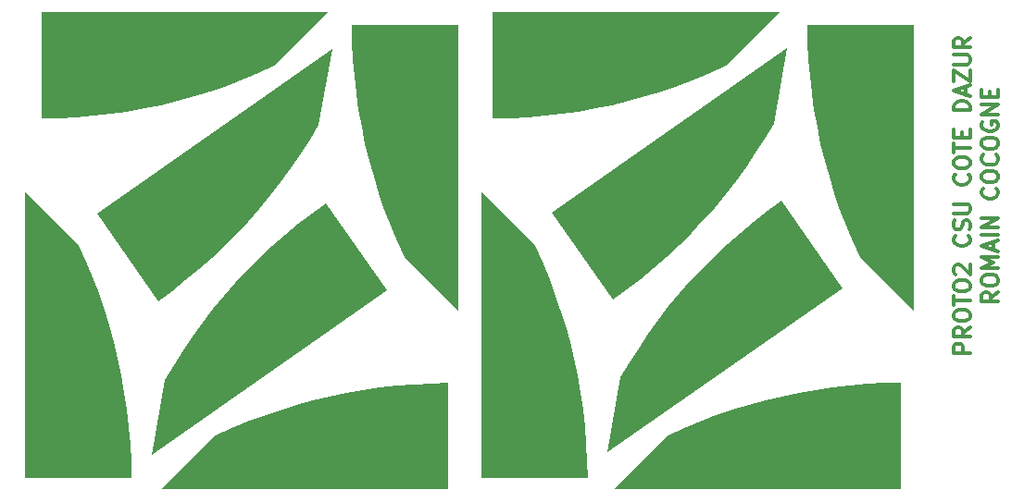
<source format=gbr>
G04 #@! TF.GenerationSoftware,KiCad,Pcbnew,5.1.5+dfsg1-2build2*
G04 #@! TF.CreationDate,2020-05-18T23:19:55+02:00*
G04 #@! TF.ProjectId,proto2,70726f74-6f32-42e6-9b69-6361645f7063,rev?*
G04 #@! TF.SameCoordinates,Original*
G04 #@! TF.FileFunction,OtherDrawing,Comment*
%FSLAX46Y46*%
G04 Gerber Fmt 4.6, Leading zero omitted, Abs format (unit mm)*
G04 Created by KiCad (PCBNEW 5.1.5+dfsg1-2build2) date 2020-05-18 23:19:55*
%MOMM*%
%LPD*%
G04 APERTURE LIST*
%ADD10C,0.300000*%
%ADD11C,0.100000*%
G04 APERTURE END LIST*
D10*
X186093571Y-90592857D02*
X184593571Y-90592857D01*
X184593571Y-90021428D01*
X184665000Y-89878571D01*
X184736428Y-89807142D01*
X184879285Y-89735714D01*
X185093571Y-89735714D01*
X185236428Y-89807142D01*
X185307857Y-89878571D01*
X185379285Y-90021428D01*
X185379285Y-90592857D01*
X186093571Y-88235714D02*
X185379285Y-88735714D01*
X186093571Y-89092857D02*
X184593571Y-89092857D01*
X184593571Y-88521428D01*
X184665000Y-88378571D01*
X184736428Y-88307142D01*
X184879285Y-88235714D01*
X185093571Y-88235714D01*
X185236428Y-88307142D01*
X185307857Y-88378571D01*
X185379285Y-88521428D01*
X185379285Y-89092857D01*
X184593571Y-87307142D02*
X184593571Y-87021428D01*
X184665000Y-86878571D01*
X184807857Y-86735714D01*
X185093571Y-86664285D01*
X185593571Y-86664285D01*
X185879285Y-86735714D01*
X186022142Y-86878571D01*
X186093571Y-87021428D01*
X186093571Y-87307142D01*
X186022142Y-87450000D01*
X185879285Y-87592857D01*
X185593571Y-87664285D01*
X185093571Y-87664285D01*
X184807857Y-87592857D01*
X184665000Y-87450000D01*
X184593571Y-87307142D01*
X184593571Y-86235714D02*
X184593571Y-85378571D01*
X186093571Y-85807142D02*
X184593571Y-85807142D01*
X184593571Y-84592857D02*
X184593571Y-84307142D01*
X184665000Y-84164285D01*
X184807857Y-84021428D01*
X185093571Y-83950000D01*
X185593571Y-83950000D01*
X185879285Y-84021428D01*
X186022142Y-84164285D01*
X186093571Y-84307142D01*
X186093571Y-84592857D01*
X186022142Y-84735714D01*
X185879285Y-84878571D01*
X185593571Y-84950000D01*
X185093571Y-84950000D01*
X184807857Y-84878571D01*
X184665000Y-84735714D01*
X184593571Y-84592857D01*
X184736428Y-83378571D02*
X184665000Y-83307142D01*
X184593571Y-83164285D01*
X184593571Y-82807142D01*
X184665000Y-82664285D01*
X184736428Y-82592857D01*
X184879285Y-82521428D01*
X185022142Y-82521428D01*
X185236428Y-82592857D01*
X186093571Y-83450000D01*
X186093571Y-82521428D01*
X185950714Y-79878571D02*
X186022142Y-79950000D01*
X186093571Y-80164285D01*
X186093571Y-80307142D01*
X186022142Y-80521428D01*
X185879285Y-80664285D01*
X185736428Y-80735714D01*
X185450714Y-80807142D01*
X185236428Y-80807142D01*
X184950714Y-80735714D01*
X184807857Y-80664285D01*
X184665000Y-80521428D01*
X184593571Y-80307142D01*
X184593571Y-80164285D01*
X184665000Y-79950000D01*
X184736428Y-79878571D01*
X186022142Y-79307142D02*
X186093571Y-79092857D01*
X186093571Y-78735714D01*
X186022142Y-78592857D01*
X185950714Y-78521428D01*
X185807857Y-78450000D01*
X185665000Y-78450000D01*
X185522142Y-78521428D01*
X185450714Y-78592857D01*
X185379285Y-78735714D01*
X185307857Y-79021428D01*
X185236428Y-79164285D01*
X185165000Y-79235714D01*
X185022142Y-79307142D01*
X184879285Y-79307142D01*
X184736428Y-79235714D01*
X184665000Y-79164285D01*
X184593571Y-79021428D01*
X184593571Y-78664285D01*
X184665000Y-78450000D01*
X184593571Y-77807142D02*
X185807857Y-77807142D01*
X185950714Y-77735714D01*
X186022142Y-77664285D01*
X186093571Y-77521428D01*
X186093571Y-77235714D01*
X186022142Y-77092857D01*
X185950714Y-77021428D01*
X185807857Y-76950000D01*
X184593571Y-76950000D01*
X185950714Y-74235714D02*
X186022142Y-74307142D01*
X186093571Y-74521428D01*
X186093571Y-74664285D01*
X186022142Y-74878571D01*
X185879285Y-75021428D01*
X185736428Y-75092857D01*
X185450714Y-75164285D01*
X185236428Y-75164285D01*
X184950714Y-75092857D01*
X184807857Y-75021428D01*
X184665000Y-74878571D01*
X184593571Y-74664285D01*
X184593571Y-74521428D01*
X184665000Y-74307142D01*
X184736428Y-74235714D01*
X184593571Y-73307142D02*
X184593571Y-73021428D01*
X184665000Y-72878571D01*
X184807857Y-72735714D01*
X185093571Y-72664285D01*
X185593571Y-72664285D01*
X185879285Y-72735714D01*
X186022142Y-72878571D01*
X186093571Y-73021428D01*
X186093571Y-73307142D01*
X186022142Y-73450000D01*
X185879285Y-73592857D01*
X185593571Y-73664285D01*
X185093571Y-73664285D01*
X184807857Y-73592857D01*
X184665000Y-73450000D01*
X184593571Y-73307142D01*
X184593571Y-72235714D02*
X184593571Y-71378571D01*
X186093571Y-71807142D02*
X184593571Y-71807142D01*
X185307857Y-70878571D02*
X185307857Y-70378571D01*
X186093571Y-70164285D02*
X186093571Y-70878571D01*
X184593571Y-70878571D01*
X184593571Y-70164285D01*
X186093571Y-68378571D02*
X184593571Y-68378571D01*
X184593571Y-68021428D01*
X184665000Y-67807142D01*
X184807857Y-67664285D01*
X184950714Y-67592857D01*
X185236428Y-67521428D01*
X185450714Y-67521428D01*
X185736428Y-67592857D01*
X185879285Y-67664285D01*
X186022142Y-67807142D01*
X186093571Y-68021428D01*
X186093571Y-68378571D01*
X185665000Y-66950000D02*
X185665000Y-66235714D01*
X186093571Y-67092857D02*
X184593571Y-66592857D01*
X186093571Y-66092857D01*
X184593571Y-65735714D02*
X184593571Y-64735714D01*
X186093571Y-65735714D01*
X186093571Y-64735714D01*
X184593571Y-64164285D02*
X185807857Y-64164285D01*
X185950714Y-64092857D01*
X186022142Y-64021428D01*
X186093571Y-63878571D01*
X186093571Y-63592857D01*
X186022142Y-63450000D01*
X185950714Y-63378571D01*
X185807857Y-63307142D01*
X184593571Y-63307142D01*
X186093571Y-61735714D02*
X185379285Y-62235714D01*
X186093571Y-62592857D02*
X184593571Y-62592857D01*
X184593571Y-62021428D01*
X184665000Y-61878571D01*
X184736428Y-61807142D01*
X184879285Y-61735714D01*
X185093571Y-61735714D01*
X185236428Y-61807142D01*
X185307857Y-61878571D01*
X185379285Y-62021428D01*
X185379285Y-62592857D01*
X188643571Y-85021428D02*
X187929285Y-85521428D01*
X188643571Y-85878571D02*
X187143571Y-85878571D01*
X187143571Y-85307142D01*
X187215000Y-85164285D01*
X187286428Y-85092857D01*
X187429285Y-85021428D01*
X187643571Y-85021428D01*
X187786428Y-85092857D01*
X187857857Y-85164285D01*
X187929285Y-85307142D01*
X187929285Y-85878571D01*
X187143571Y-84092857D02*
X187143571Y-83807142D01*
X187215000Y-83664285D01*
X187357857Y-83521428D01*
X187643571Y-83450000D01*
X188143571Y-83450000D01*
X188429285Y-83521428D01*
X188572142Y-83664285D01*
X188643571Y-83807142D01*
X188643571Y-84092857D01*
X188572142Y-84235714D01*
X188429285Y-84378571D01*
X188143571Y-84450000D01*
X187643571Y-84450000D01*
X187357857Y-84378571D01*
X187215000Y-84235714D01*
X187143571Y-84092857D01*
X188643571Y-82807142D02*
X187143571Y-82807142D01*
X188215000Y-82307142D01*
X187143571Y-81807142D01*
X188643571Y-81807142D01*
X188215000Y-81164285D02*
X188215000Y-80450000D01*
X188643571Y-81307142D02*
X187143571Y-80807142D01*
X188643571Y-80307142D01*
X188643571Y-79807142D02*
X187143571Y-79807142D01*
X188643571Y-79092857D02*
X187143571Y-79092857D01*
X188643571Y-78235714D01*
X187143571Y-78235714D01*
X188500714Y-75521428D02*
X188572142Y-75592857D01*
X188643571Y-75807142D01*
X188643571Y-75950000D01*
X188572142Y-76164285D01*
X188429285Y-76307142D01*
X188286428Y-76378571D01*
X188000714Y-76450000D01*
X187786428Y-76450000D01*
X187500714Y-76378571D01*
X187357857Y-76307142D01*
X187215000Y-76164285D01*
X187143571Y-75950000D01*
X187143571Y-75807142D01*
X187215000Y-75592857D01*
X187286428Y-75521428D01*
X187143571Y-74592857D02*
X187143571Y-74307142D01*
X187215000Y-74164285D01*
X187357857Y-74021428D01*
X187643571Y-73950000D01*
X188143571Y-73950000D01*
X188429285Y-74021428D01*
X188572142Y-74164285D01*
X188643571Y-74307142D01*
X188643571Y-74592857D01*
X188572142Y-74735714D01*
X188429285Y-74878571D01*
X188143571Y-74950000D01*
X187643571Y-74950000D01*
X187357857Y-74878571D01*
X187215000Y-74735714D01*
X187143571Y-74592857D01*
X188500714Y-72450000D02*
X188572142Y-72521428D01*
X188643571Y-72735714D01*
X188643571Y-72878571D01*
X188572142Y-73092857D01*
X188429285Y-73235714D01*
X188286428Y-73307142D01*
X188000714Y-73378571D01*
X187786428Y-73378571D01*
X187500714Y-73307142D01*
X187357857Y-73235714D01*
X187215000Y-73092857D01*
X187143571Y-72878571D01*
X187143571Y-72735714D01*
X187215000Y-72521428D01*
X187286428Y-72450000D01*
X187143571Y-71521428D02*
X187143571Y-71235714D01*
X187215000Y-71092857D01*
X187357857Y-70950000D01*
X187643571Y-70878571D01*
X188143571Y-70878571D01*
X188429285Y-70950000D01*
X188572142Y-71092857D01*
X188643571Y-71235714D01*
X188643571Y-71521428D01*
X188572142Y-71664285D01*
X188429285Y-71807142D01*
X188143571Y-71878571D01*
X187643571Y-71878571D01*
X187357857Y-71807142D01*
X187215000Y-71664285D01*
X187143571Y-71521428D01*
X187215000Y-69450000D02*
X187143571Y-69592857D01*
X187143571Y-69807142D01*
X187215000Y-70021428D01*
X187357857Y-70164285D01*
X187500714Y-70235714D01*
X187786428Y-70307142D01*
X188000714Y-70307142D01*
X188286428Y-70235714D01*
X188429285Y-70164285D01*
X188572142Y-70021428D01*
X188643571Y-69807142D01*
X188643571Y-69664285D01*
X188572142Y-69450000D01*
X188500714Y-69378571D01*
X188000714Y-69378571D01*
X188000714Y-69664285D01*
X188643571Y-68735714D02*
X187143571Y-68735714D01*
X188643571Y-67878571D01*
X187143571Y-67878571D01*
X187857857Y-67164285D02*
X187857857Y-66664285D01*
X188643571Y-66450000D02*
X188643571Y-67164285D01*
X187143571Y-67164285D01*
X187143571Y-66450000D01*
D11*
G36*
X174380146Y-84659249D02*
G01*
X152880682Y-99713336D01*
X154107260Y-92826292D01*
X154908790Y-91474620D01*
X155752052Y-90148582D01*
X156636224Y-88849464D01*
X157560450Y-87578531D01*
X158523832Y-86337015D01*
X159525433Y-85126121D01*
X160564281Y-83947028D01*
X161639368Y-82800879D01*
X162749647Y-81688788D01*
X163894042Y-80611836D01*
X165071441Y-79571067D01*
X166280700Y-78567493D01*
X167520644Y-77602090D01*
X168790071Y-76675793D01*
X174380146Y-84659249D01*
G37*
G36*
X147844254Y-77748351D02*
G01*
X169343718Y-62694264D01*
X168117140Y-69581308D01*
X167315610Y-70932980D01*
X166472348Y-72259018D01*
X165588176Y-73558136D01*
X164663950Y-74829069D01*
X163700568Y-76070585D01*
X162698967Y-77281479D01*
X161660119Y-78460572D01*
X160585032Y-79606721D01*
X159474753Y-80718812D01*
X158330358Y-81795764D01*
X157152959Y-82836533D01*
X155943700Y-83840107D01*
X154703756Y-84805510D01*
X153434329Y-85731807D01*
X147844254Y-77748351D01*
G37*
G36*
X180924200Y-60528200D02*
G01*
X180924200Y-86774200D01*
X175986200Y-81819200D01*
X175338714Y-80387338D01*
X174736162Y-78935994D01*
X174179128Y-77466579D01*
X173668154Y-75980520D01*
X173203737Y-74479259D01*
X172786326Y-72964256D01*
X172416328Y-71436981D01*
X172094102Y-69898918D01*
X171819961Y-68351561D01*
X171594171Y-66796413D01*
X171416951Y-65234984D01*
X171288474Y-63668791D01*
X171208865Y-62099355D01*
X171178200Y-60528200D01*
X180924200Y-60528200D01*
G37*
G36*
X179781200Y-103073200D02*
G01*
X153535200Y-103073200D01*
X158490200Y-98135200D01*
X159922062Y-97487714D01*
X161373406Y-96885162D01*
X162842821Y-96328128D01*
X164328880Y-95817154D01*
X165830141Y-95352737D01*
X167345144Y-94935326D01*
X168872419Y-94565328D01*
X170410482Y-94243102D01*
X171957839Y-93968961D01*
X173512987Y-93743171D01*
X175074416Y-93565951D01*
X176640609Y-93437474D01*
X178210045Y-93357865D01*
X179781200Y-93327200D01*
X179781200Y-103073200D01*
G37*
G36*
X142443200Y-59385200D02*
G01*
X168689200Y-59385200D01*
X163734200Y-64323200D01*
X162302338Y-64970686D01*
X160850994Y-65573238D01*
X159381579Y-66130272D01*
X157895520Y-66641246D01*
X156394259Y-67105663D01*
X154879256Y-67523074D01*
X153351981Y-67893072D01*
X151813918Y-68215298D01*
X150266561Y-68489439D01*
X148711413Y-68715229D01*
X147149984Y-68892449D01*
X145583791Y-69020926D01*
X144014355Y-69100535D01*
X142443200Y-69131200D01*
X142443200Y-59385200D01*
G37*
G36*
X141351000Y-102057200D02*
G01*
X141351000Y-75811200D01*
X146289000Y-80766200D01*
X146936486Y-82198062D01*
X147539038Y-83649406D01*
X148096072Y-85118821D01*
X148607046Y-86604880D01*
X149071463Y-88106141D01*
X149488874Y-89621144D01*
X149858872Y-91148419D01*
X150181098Y-92686482D01*
X150455239Y-94233839D01*
X150681029Y-95788987D01*
X150858249Y-97350416D01*
X150986726Y-98916609D01*
X151066335Y-100486045D01*
X151097000Y-102057200D01*
X141351000Y-102057200D01*
G37*
G36*
X138379200Y-103098600D02*
G01*
X112133200Y-103098600D01*
X117088200Y-98160600D01*
X118520062Y-97513114D01*
X119971406Y-96910562D01*
X121440821Y-96353528D01*
X122926880Y-95842554D01*
X124428141Y-95378137D01*
X125943144Y-94960726D01*
X127470419Y-94590728D01*
X129008482Y-94268502D01*
X130555839Y-93994361D01*
X132110987Y-93768571D01*
X133672416Y-93591351D01*
X135238609Y-93462874D01*
X136808045Y-93383265D01*
X138379200Y-93352600D01*
X138379200Y-103098600D01*
G37*
G36*
X139268200Y-60528200D02*
G01*
X139268200Y-86774200D01*
X134330200Y-81819200D01*
X133682714Y-80387338D01*
X133080162Y-78935994D01*
X132523128Y-77466579D01*
X132012154Y-75980520D01*
X131547737Y-74479259D01*
X131130326Y-72964256D01*
X130760328Y-71436981D01*
X130438102Y-69898918D01*
X130163961Y-68351561D01*
X129938171Y-66796413D01*
X129760951Y-65234984D01*
X129632474Y-63668791D01*
X129552865Y-62099355D01*
X129522200Y-60528200D01*
X139268200Y-60528200D01*
G37*
G36*
X132724146Y-84862449D02*
G01*
X111224682Y-99916536D01*
X112451260Y-93029492D01*
X113252790Y-91677820D01*
X114096052Y-90351782D01*
X114980224Y-89052664D01*
X115904450Y-87781731D01*
X116867832Y-86540215D01*
X117869433Y-85329321D01*
X118908281Y-84150228D01*
X119983368Y-83004079D01*
X121093647Y-81891988D01*
X122238042Y-80815036D01*
X123415441Y-79774267D01*
X124624700Y-78770693D01*
X125864644Y-77805290D01*
X127134071Y-76878993D01*
X132724146Y-84862449D01*
G37*
G36*
X106239054Y-77849951D02*
G01*
X127738518Y-62795864D01*
X126511940Y-69682908D01*
X125710410Y-71034580D01*
X124867148Y-72360618D01*
X123982976Y-73659736D01*
X123058750Y-74930669D01*
X122095368Y-76172185D01*
X121093767Y-77383079D01*
X120054919Y-78562172D01*
X118979832Y-79708321D01*
X117869553Y-80820412D01*
X116725158Y-81897364D01*
X115547759Y-82938133D01*
X114338500Y-83941707D01*
X113098556Y-84907110D01*
X111829129Y-85833407D01*
X106239054Y-77849951D01*
G37*
G36*
X101168200Y-59385200D02*
G01*
X127414200Y-59385200D01*
X122459200Y-64323200D01*
X121027338Y-64970686D01*
X119575994Y-65573238D01*
X118106579Y-66130272D01*
X116620520Y-66641246D01*
X115119259Y-67105663D01*
X113604256Y-67523074D01*
X112076981Y-67893072D01*
X110538918Y-68215298D01*
X108991561Y-68489439D01*
X107436413Y-68715229D01*
X105874984Y-68892449D01*
X104308791Y-69020926D01*
X102739355Y-69100535D01*
X101168200Y-69131200D01*
X101168200Y-59385200D01*
G37*
G36*
X99644200Y-102057200D02*
G01*
X99644200Y-75811200D01*
X104582200Y-80766200D01*
X105229686Y-82198062D01*
X105832238Y-83649406D01*
X106389272Y-85118821D01*
X106900246Y-86604880D01*
X107364663Y-88106141D01*
X107782074Y-89621144D01*
X108152072Y-91148419D01*
X108474298Y-92686482D01*
X108748439Y-94233839D01*
X108974229Y-95788987D01*
X109151449Y-97350416D01*
X109279926Y-98916609D01*
X109359535Y-100486045D01*
X109390200Y-102057200D01*
X99644200Y-102057200D01*
G37*
M02*

</source>
